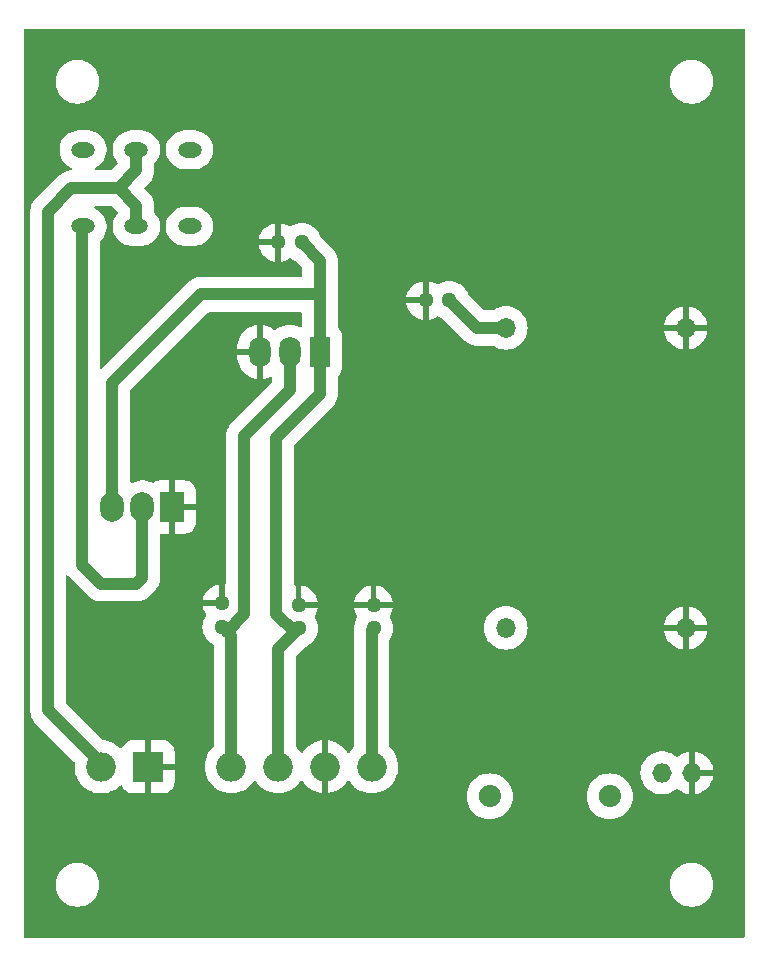
<source format=gbr>
%TF.GenerationSoftware,KiCad,Pcbnew,8.0.4*%
%TF.CreationDate,2024-09-20T16:59:46-04:00*%
%TF.ProjectId,micropsu,6d696372-6f70-4737-952e-6b696361645f,rev?*%
%TF.SameCoordinates,Original*%
%TF.FileFunction,Copper,L2,Bot*%
%TF.FilePolarity,Positive*%
%FSLAX46Y46*%
G04 Gerber Fmt 4.6, Leading zero omitted, Abs format (unit mm)*
G04 Created by KiCad (PCBNEW 8.0.4) date 2024-09-20 16:59:46*
%MOMM*%
%LPD*%
G01*
G04 APERTURE LIST*
%TA.AperFunction,ComponentPad*%
%ADD10O,1.300000X1.300000*%
%TD*%
%TA.AperFunction,ComponentPad*%
%ADD11R,2.500000X2.500000*%
%TD*%
%TA.AperFunction,ComponentPad*%
%ADD12O,2.500000X2.500000*%
%TD*%
%TA.AperFunction,ComponentPad*%
%ADD13O,1.879600X1.879600*%
%TD*%
%TA.AperFunction,ComponentPad*%
%ADD14R,1.800000X2.600000*%
%TD*%
%TA.AperFunction,ComponentPad*%
%ADD15O,1.800000X2.600000*%
%TD*%
%TA.AperFunction,ComponentPad*%
%ADD16O,1.651000X1.651000*%
%TD*%
%TA.AperFunction,ComponentPad*%
%ADD17O,2.000000X1.300000*%
%TD*%
%TA.AperFunction,ComponentPad*%
%ADD18O,1.676400X1.676400*%
%TD*%
%TA.AperFunction,ComponentPad*%
%ADD19R,2.000000X2.500000*%
%TD*%
%TA.AperFunction,ComponentPad*%
%ADD20O,2.000000X2.500000*%
%TD*%
%TA.AperFunction,Conductor*%
%ADD21C,1.000000*%
%TD*%
%TA.AperFunction,Conductor*%
%ADD22C,0.200000*%
%TD*%
%TA.AperFunction,Conductor*%
%ADD23C,0.500000*%
%TD*%
G04 APERTURE END LIST*
D10*
%TO.P,+12OUTPUT,1*%
%TO.N,+12V*%
X113724700Y-126287650D03*
%TO.P,+12OUTPUT,2*%
%TO.N,GND*%
X113724700Y-124287650D03*
%TD*%
D11*
%TO.P,U1,1*%
%TO.N,GND*%
X100979900Y-138000000D03*
D12*
%TO.P,U1,2*%
%TO.N,+12V*%
X97020100Y-138000000D03*
%TD*%
D10*
%TO.P,+5INPUT,1*%
%TO.N,+12V*%
X126500000Y-98500000D03*
%TO.P,+5INPUT,2*%
%TO.N,GND*%
X124500000Y-98500000D03*
%TD*%
%TO.P,-5OUTPUT,1*%
%TO.N,GND*%
X107247700Y-124160650D03*
%TO.P,-5OUTPUT,2*%
%TO.N,-12V*%
X107247700Y-126160650D03*
%TD*%
D13*
%TO.P,R1,1*%
%TO.N,+5V*%
X129920000Y-140500000D03*
%TO.P,R1,2*%
%TO.N,LED1_1*%
X140080000Y-140500000D03*
%TD*%
D14*
%TO.P,P78E12-1000,1*%
%TO.N,+12V*%
X115527200Y-102869900D03*
D15*
%TO.P,P78E12-1000,2*%
%TO.N,-12V*%
X112987200Y-102869900D03*
%TO.P,P78E12-1000,3*%
%TO.N,GND*%
X110447000Y-102859900D03*
%TD*%
D10*
%TO.P,-5INPUT,1*%
%TO.N,+12V*%
X113987000Y-93594000D03*
%TO.P,-5INPUT,2*%
%TO.N,GND*%
X111987000Y-93594000D03*
%TD*%
D16*
%TO.P,LED1,1*%
%TO.N,LED1_1*%
X144500000Y-138500000D03*
%TO.P,LED1,2*%
%TO.N,GND*%
X147040000Y-138500000D03*
%TD*%
D12*
%TO.P,Output,1*%
%TO.N,-12V*%
X108040200Y-137987650D03*
%TO.P,Output,2*%
%TO.N,+12V*%
X112000100Y-137987650D03*
%TO.P,Output,3*%
%TO.N,GND*%
X115959900Y-137987650D03*
%TO.P,Output,4*%
%TO.N,+5V*%
X119919800Y-137987650D03*
%TD*%
D17*
%TO.P,SW1,1*%
%TO.N,N/C*%
X104500100Y-85750100D03*
%TO.P,SW1,2*%
%TO.N,+12V*%
X100000000Y-85750100D03*
%TO.P,SW1,3*%
X95500100Y-85750100D03*
%TO.P,SW1,4*%
X95500100Y-92250200D03*
%TO.P,SW1,5*%
X100000000Y-92250200D03*
%TO.P,SW1,6*%
%TO.N,N/C*%
X104500100Y-92250200D03*
%TD*%
D18*
%TO.P,U3,1*%
%TO.N,GND*%
X146515000Y-100833000D03*
%TO.P,U3,2*%
%TO.N,+12V*%
X131275000Y-100833000D03*
%TO.P,U3,3*%
%TO.N,GND*%
X146515000Y-126233000D03*
%TO.P,U3,4*%
%TO.N,+5V*%
X131275000Y-126233000D03*
%TD*%
D19*
%TO.P,Q1,1*%
%TO.N,GND*%
X103040000Y-116000000D03*
D20*
%TO.P,Q1,2*%
%TO.N,+12V*%
X100500000Y-116000000D03*
%TO.P,Q1,3*%
X97960000Y-116000000D03*
%TD*%
D10*
%TO.P,+5OUTPUT,1*%
%TO.N,+5V*%
X120074700Y-126287650D03*
%TO.P,+5OUTPUT,2*%
%TO.N,GND*%
X120074700Y-124287650D03*
%TD*%
D21*
%TO.N,+5V*%
X119919800Y-126442550D02*
X119919800Y-137987650D01*
%TO.N,+12V*%
X128833000Y-100833000D02*
X126500000Y-98500000D01*
X100000000Y-90500000D02*
X100000000Y-92250200D01*
X131275000Y-100833000D02*
X128833000Y-100833000D01*
X97960000Y-105540000D02*
X105500000Y-98000000D01*
X97000000Y-122500000D02*
X95406100Y-120906100D01*
X100000000Y-122500000D02*
X97000000Y-122500000D01*
X100000000Y-87500000D02*
X100000000Y-85750100D01*
X112000000Y-137987650D02*
X112000000Y-128012350D01*
X100500000Y-122000000D02*
X100000000Y-122500000D01*
X105500000Y-98000000D02*
X115527300Y-98000000D01*
X95406100Y-120906100D02*
X95406100Y-92344200D01*
X115527200Y-106472800D02*
X115527200Y-102869900D01*
X97960000Y-116000000D02*
X97960000Y-105540000D01*
X92500000Y-91000000D02*
X94500000Y-89000000D01*
X113401400Y-126610950D02*
X111818700Y-125028350D01*
X98500000Y-89000000D02*
X100000000Y-90500000D01*
X112000000Y-128012350D02*
X113401400Y-126610950D01*
X94500000Y-89000000D02*
X98500000Y-89000000D01*
X98500000Y-89000000D02*
X100000000Y-87500000D01*
X113987000Y-93594000D02*
X115527300Y-95134300D01*
X95406100Y-92344200D02*
X95500100Y-92250200D01*
X96877100Y-137573000D02*
X92500000Y-133195900D01*
X115527300Y-95134300D02*
X115527300Y-102869800D01*
X92500000Y-133195900D02*
X92500000Y-91000000D01*
X111818700Y-125028350D02*
X111818700Y-110181300D01*
X115527300Y-98000000D02*
X115527300Y-95134300D01*
X111818700Y-110181300D02*
X115527200Y-106472800D01*
X100500000Y-116000000D02*
X100500000Y-122000000D01*
D22*
%TO.N,GND*%
X146515000Y-126485000D02*
X146515000Y-126233000D01*
D23*
X146515000Y-126485000D02*
X146500000Y-126500000D01*
D21*
%TO.N,-12V*%
X108040200Y-126953150D02*
X108040200Y-137987650D01*
X112987200Y-106066150D02*
X112987200Y-102869900D01*
X109099900Y-125100950D02*
X109099900Y-109953450D01*
X109099900Y-109953450D02*
X112987200Y-106066150D01*
X107643900Y-126556850D02*
X109099900Y-125100950D01*
%TD*%
%TA.AperFunction,Conductor*%
%TO.N,GND*%
G36*
X151441621Y-75520502D02*
G01*
X151488114Y-75574158D01*
X151499500Y-75626500D01*
X151499500Y-152373500D01*
X151479498Y-152441621D01*
X151425842Y-152488114D01*
X151373500Y-152499500D01*
X90626500Y-152499500D01*
X90558379Y-152479498D01*
X90511886Y-152425842D01*
X90500500Y-152373500D01*
X90500500Y-147878709D01*
X93149500Y-147878709D01*
X93149500Y-148121290D01*
X93181160Y-148361782D01*
X93243944Y-148596095D01*
X93243945Y-148596097D01*
X93243946Y-148596100D01*
X93336776Y-148820212D01*
X93336777Y-148820213D01*
X93336782Y-148820224D01*
X93458061Y-149030285D01*
X93458063Y-149030288D01*
X93458064Y-149030289D01*
X93605735Y-149222738D01*
X93605739Y-149222742D01*
X93605744Y-149222748D01*
X93777251Y-149394255D01*
X93777256Y-149394259D01*
X93777262Y-149394265D01*
X93969711Y-149541936D01*
X93969714Y-149541938D01*
X94179775Y-149663217D01*
X94179779Y-149663218D01*
X94179788Y-149663224D01*
X94403900Y-149756054D01*
X94638211Y-149818838D01*
X94638215Y-149818838D01*
X94638217Y-149818839D01*
X94700202Y-149826999D01*
X94878712Y-149850500D01*
X94878719Y-149850500D01*
X95121281Y-149850500D01*
X95121288Y-149850500D01*
X95338637Y-149821885D01*
X95361782Y-149818839D01*
X95361782Y-149818838D01*
X95361789Y-149818838D01*
X95596100Y-149756054D01*
X95820212Y-149663224D01*
X96030289Y-149541936D01*
X96222738Y-149394265D01*
X96394265Y-149222738D01*
X96541936Y-149030289D01*
X96663224Y-148820212D01*
X96756054Y-148596100D01*
X96818838Y-148361789D01*
X96850500Y-148121288D01*
X96850500Y-147878712D01*
X96850500Y-147878709D01*
X145149500Y-147878709D01*
X145149500Y-148121290D01*
X145181160Y-148361782D01*
X145243944Y-148596095D01*
X145243945Y-148596097D01*
X145243946Y-148596100D01*
X145336776Y-148820212D01*
X145336777Y-148820213D01*
X145336782Y-148820224D01*
X145458061Y-149030285D01*
X145458063Y-149030288D01*
X145458064Y-149030289D01*
X145605735Y-149222738D01*
X145605739Y-149222742D01*
X145605744Y-149222748D01*
X145777251Y-149394255D01*
X145777256Y-149394259D01*
X145777262Y-149394265D01*
X145969711Y-149541936D01*
X145969714Y-149541938D01*
X146179775Y-149663217D01*
X146179779Y-149663218D01*
X146179788Y-149663224D01*
X146403900Y-149756054D01*
X146638211Y-149818838D01*
X146638215Y-149818838D01*
X146638217Y-149818839D01*
X146700202Y-149826999D01*
X146878712Y-149850500D01*
X146878719Y-149850500D01*
X147121281Y-149850500D01*
X147121288Y-149850500D01*
X147338637Y-149821885D01*
X147361782Y-149818839D01*
X147361782Y-149818838D01*
X147361789Y-149818838D01*
X147596100Y-149756054D01*
X147820212Y-149663224D01*
X148030289Y-149541936D01*
X148222738Y-149394265D01*
X148394265Y-149222738D01*
X148541936Y-149030289D01*
X148663224Y-148820212D01*
X148756054Y-148596100D01*
X148818838Y-148361789D01*
X148850500Y-148121288D01*
X148850500Y-147878712D01*
X148818838Y-147638211D01*
X148756054Y-147403900D01*
X148663224Y-147179788D01*
X148663218Y-147179779D01*
X148663217Y-147179775D01*
X148541938Y-146969714D01*
X148541936Y-146969711D01*
X148394265Y-146777262D01*
X148394259Y-146777256D01*
X148394255Y-146777251D01*
X148222748Y-146605744D01*
X148222742Y-146605739D01*
X148222738Y-146605735D01*
X148030289Y-146458064D01*
X148030288Y-146458063D01*
X148030285Y-146458061D01*
X147820224Y-146336782D01*
X147820216Y-146336778D01*
X147820212Y-146336776D01*
X147596100Y-146243946D01*
X147596097Y-146243945D01*
X147596095Y-146243944D01*
X147361782Y-146181160D01*
X147121290Y-146149500D01*
X147121288Y-146149500D01*
X146878712Y-146149500D01*
X146878709Y-146149500D01*
X146638217Y-146181160D01*
X146403904Y-146243944D01*
X146403900Y-146243946D01*
X146179786Y-146336777D01*
X146179775Y-146336782D01*
X145969714Y-146458061D01*
X145777262Y-146605735D01*
X145777251Y-146605744D01*
X145605744Y-146777251D01*
X145605735Y-146777262D01*
X145458061Y-146969714D01*
X145336782Y-147179775D01*
X145336777Y-147179786D01*
X145243946Y-147403900D01*
X145243944Y-147403904D01*
X145181160Y-147638217D01*
X145149500Y-147878709D01*
X96850500Y-147878709D01*
X96818838Y-147638211D01*
X96756054Y-147403900D01*
X96663224Y-147179788D01*
X96663218Y-147179779D01*
X96663217Y-147179775D01*
X96541938Y-146969714D01*
X96541936Y-146969711D01*
X96394265Y-146777262D01*
X96394259Y-146777256D01*
X96394255Y-146777251D01*
X96222748Y-146605744D01*
X96222742Y-146605739D01*
X96222738Y-146605735D01*
X96030289Y-146458064D01*
X96030288Y-146458063D01*
X96030285Y-146458061D01*
X95820224Y-146336782D01*
X95820216Y-146336778D01*
X95820212Y-146336776D01*
X95596100Y-146243946D01*
X95596097Y-146243945D01*
X95596095Y-146243944D01*
X95361782Y-146181160D01*
X95121290Y-146149500D01*
X95121288Y-146149500D01*
X94878712Y-146149500D01*
X94878709Y-146149500D01*
X94638217Y-146181160D01*
X94403904Y-146243944D01*
X94403900Y-146243946D01*
X94179786Y-146336777D01*
X94179775Y-146336782D01*
X93969714Y-146458061D01*
X93777262Y-146605735D01*
X93777251Y-146605744D01*
X93605744Y-146777251D01*
X93605735Y-146777262D01*
X93458061Y-146969714D01*
X93336782Y-147179775D01*
X93336777Y-147179786D01*
X93243946Y-147403900D01*
X93243944Y-147403904D01*
X93181160Y-147638217D01*
X93149500Y-147878709D01*
X90500500Y-147878709D01*
X90500500Y-140500000D01*
X127974744Y-140500000D01*
X127994544Y-140776842D01*
X128053538Y-141048033D01*
X128053538Y-141048034D01*
X128150533Y-141308088D01*
X128150537Y-141308098D01*
X128283541Y-141551677D01*
X128283545Y-141551682D01*
X128449875Y-141773873D01*
X128449883Y-141773882D01*
X128646117Y-141970116D01*
X128646126Y-141970124D01*
X128646128Y-141970126D01*
X128868315Y-142136453D01*
X128868317Y-142136454D01*
X128868322Y-142136458D01*
X129111901Y-142269462D01*
X129111904Y-142269463D01*
X129111911Y-142269467D01*
X129371958Y-142366459D01*
X129371961Y-142366459D01*
X129371965Y-142366461D01*
X129528913Y-142400602D01*
X129643161Y-142425456D01*
X129920000Y-142445256D01*
X130196839Y-142425456D01*
X130468033Y-142366461D01*
X130468034Y-142366461D01*
X130468035Y-142366460D01*
X130468042Y-142366459D01*
X130728089Y-142269467D01*
X130757170Y-142253587D01*
X130971677Y-142136458D01*
X130971679Y-142136456D01*
X130971685Y-142136453D01*
X131193872Y-141970126D01*
X131390126Y-141773872D01*
X131556453Y-141551685D01*
X131556456Y-141551679D01*
X131556458Y-141551677D01*
X131689462Y-141308098D01*
X131689461Y-141308098D01*
X131689467Y-141308089D01*
X131786459Y-141048042D01*
X131845456Y-140776839D01*
X131865256Y-140500000D01*
X138134744Y-140500000D01*
X138154544Y-140776842D01*
X138213538Y-141048033D01*
X138213538Y-141048034D01*
X138310533Y-141308088D01*
X138310537Y-141308098D01*
X138443541Y-141551677D01*
X138443545Y-141551682D01*
X138609875Y-141773873D01*
X138609883Y-141773882D01*
X138806117Y-141970116D01*
X138806126Y-141970124D01*
X138806128Y-141970126D01*
X139028315Y-142136453D01*
X139028317Y-142136454D01*
X139028322Y-142136458D01*
X139271901Y-142269462D01*
X139271904Y-142269463D01*
X139271911Y-142269467D01*
X139531958Y-142366459D01*
X139531961Y-142366459D01*
X139531965Y-142366461D01*
X139688913Y-142400602D01*
X139803161Y-142425456D01*
X140080000Y-142445256D01*
X140356839Y-142425456D01*
X140628033Y-142366461D01*
X140628034Y-142366461D01*
X140628035Y-142366460D01*
X140628042Y-142366459D01*
X140888089Y-142269467D01*
X140917170Y-142253587D01*
X141131677Y-142136458D01*
X141131679Y-142136456D01*
X141131685Y-142136453D01*
X141353872Y-141970126D01*
X141550126Y-141773872D01*
X141716453Y-141551685D01*
X141716456Y-141551679D01*
X141716458Y-141551677D01*
X141849462Y-141308098D01*
X141849461Y-141308098D01*
X141849467Y-141308089D01*
X141946459Y-141048042D01*
X142005456Y-140776839D01*
X142025256Y-140500000D01*
X142005456Y-140223161D01*
X141975574Y-140085796D01*
X141946461Y-139951966D01*
X141946461Y-139951965D01*
X141946459Y-139951961D01*
X141946459Y-139951958D01*
X141849467Y-139691911D01*
X141849462Y-139691901D01*
X141716458Y-139448322D01*
X141716454Y-139448317D01*
X141700743Y-139427329D01*
X141550126Y-139226128D01*
X141550124Y-139226126D01*
X141550116Y-139226117D01*
X141353882Y-139029883D01*
X141353873Y-139029875D01*
X141246786Y-138949711D01*
X141131685Y-138863547D01*
X141131683Y-138863546D01*
X141131682Y-138863545D01*
X141131677Y-138863541D01*
X140888098Y-138730537D01*
X140888091Y-138730534D01*
X140888089Y-138730533D01*
X140628042Y-138633541D01*
X140628034Y-138633538D01*
X140356841Y-138574544D01*
X140356843Y-138574544D01*
X140080000Y-138554744D01*
X139803157Y-138574544D01*
X139531966Y-138633538D01*
X139531965Y-138633538D01*
X139271911Y-138730533D01*
X139271901Y-138730537D01*
X139028322Y-138863541D01*
X139028317Y-138863545D01*
X138806126Y-139029875D01*
X138806117Y-139029883D01*
X138609883Y-139226117D01*
X138609875Y-139226126D01*
X138443545Y-139448317D01*
X138443541Y-139448322D01*
X138310537Y-139691901D01*
X138310533Y-139691911D01*
X138213538Y-139951965D01*
X138213538Y-139951966D01*
X138154544Y-140223157D01*
X138134744Y-140500000D01*
X131865256Y-140500000D01*
X131845456Y-140223161D01*
X131815574Y-140085796D01*
X131786461Y-139951966D01*
X131786461Y-139951965D01*
X131786459Y-139951961D01*
X131786459Y-139951958D01*
X131689467Y-139691911D01*
X131689462Y-139691901D01*
X131556458Y-139448322D01*
X131556454Y-139448317D01*
X131540743Y-139427329D01*
X131390126Y-139226128D01*
X131390124Y-139226126D01*
X131390116Y-139226117D01*
X131193882Y-139029883D01*
X131193873Y-139029875D01*
X131086786Y-138949711D01*
X130971685Y-138863547D01*
X130971683Y-138863546D01*
X130971682Y-138863545D01*
X130971677Y-138863541D01*
X130728098Y-138730537D01*
X130728091Y-138730534D01*
X130728089Y-138730533D01*
X130468042Y-138633541D01*
X130468034Y-138633538D01*
X130196841Y-138574544D01*
X130196843Y-138574544D01*
X129920000Y-138554744D01*
X129643157Y-138574544D01*
X129371966Y-138633538D01*
X129371965Y-138633538D01*
X129111911Y-138730533D01*
X129111901Y-138730537D01*
X128868322Y-138863541D01*
X128868317Y-138863545D01*
X128646126Y-139029875D01*
X128646117Y-139029883D01*
X128449883Y-139226117D01*
X128449875Y-139226126D01*
X128283545Y-139448317D01*
X128283541Y-139448322D01*
X128150537Y-139691901D01*
X128150533Y-139691911D01*
X128053538Y-139951965D01*
X128053538Y-139951966D01*
X127994544Y-140223157D01*
X127974744Y-140500000D01*
X90500500Y-140500000D01*
X90500500Y-90881908D01*
X90999500Y-90881908D01*
X90999500Y-133077808D01*
X90999500Y-133313992D01*
X91036447Y-133547268D01*
X91109432Y-133771892D01*
X91109433Y-133771893D01*
X91216659Y-133982337D01*
X91355484Y-134173412D01*
X91355487Y-134173415D01*
X94753635Y-137571562D01*
X94787661Y-137633874D01*
X94788120Y-137685233D01*
X94784066Y-137705615D01*
X94764771Y-137999996D01*
X94764771Y-138000003D01*
X94784065Y-138294375D01*
X94784067Y-138294387D01*
X94841618Y-138583720D01*
X94841620Y-138583727D01*
X94891455Y-138730533D01*
X94936448Y-138863077D01*
X94946006Y-138882459D01*
X95066926Y-139127662D01*
X95230825Y-139372955D01*
X95230827Y-139372957D01*
X95425342Y-139594758D01*
X95647143Y-139789273D01*
X95892435Y-139953172D01*
X96157023Y-140083652D01*
X96436378Y-140178481D01*
X96725720Y-140236034D01*
X96893937Y-140247059D01*
X97020097Y-140255329D01*
X97020100Y-140255329D01*
X97020103Y-140255329D01*
X97130492Y-140248093D01*
X97314480Y-140236034D01*
X97603822Y-140178481D01*
X97883177Y-140083652D01*
X98147765Y-139953172D01*
X98393057Y-139789273D01*
X98608804Y-139600066D01*
X98673206Y-139570191D01*
X98743539Y-139579877D01*
X98797471Y-139626049D01*
X98803561Y-139636462D01*
X98890621Y-139803131D01*
X99019147Y-139960752D01*
X99176768Y-140089278D01*
X99357034Y-140183440D01*
X99552571Y-140239390D01*
X99671896Y-140249999D01*
X99671903Y-140250000D01*
X100729950Y-140250000D01*
X100729950Y-138867914D01*
X100891258Y-138900000D01*
X101068542Y-138900000D01*
X101229850Y-138867914D01*
X101229850Y-140250000D01*
X102287897Y-140250000D01*
X102287903Y-140249999D01*
X102407226Y-140239390D01*
X102407229Y-140239390D01*
X102602765Y-140183440D01*
X102783031Y-140089278D01*
X102940652Y-139960752D01*
X103069178Y-139803131D01*
X103163340Y-139622865D01*
X103219290Y-139427329D01*
X103219290Y-139427326D01*
X103229899Y-139308003D01*
X103229900Y-139307997D01*
X103229900Y-138249950D01*
X101847814Y-138249950D01*
X101879900Y-138088642D01*
X101879900Y-137911358D01*
X101847814Y-137750050D01*
X103229900Y-137750050D01*
X103229900Y-136692003D01*
X103229899Y-136691996D01*
X103219290Y-136572673D01*
X103219290Y-136572670D01*
X103163340Y-136377134D01*
X103069178Y-136196868D01*
X102940652Y-136039247D01*
X102783031Y-135910721D01*
X102602765Y-135816559D01*
X102407228Y-135760609D01*
X102287903Y-135750000D01*
X101229850Y-135750000D01*
X101229850Y-137132085D01*
X101068542Y-137100000D01*
X100891258Y-137100000D01*
X100729950Y-137132085D01*
X100729950Y-135750000D01*
X99671896Y-135750000D01*
X99552573Y-135760609D01*
X99552570Y-135760609D01*
X99357034Y-135816559D01*
X99176768Y-135910721D01*
X99019147Y-136039247D01*
X98890621Y-136196869D01*
X98803561Y-136363537D01*
X98754292Y-136414655D01*
X98685208Y-136431022D01*
X98618242Y-136407441D01*
X98608802Y-136399931D01*
X98393055Y-136210725D01*
X98147762Y-136046826D01*
X97883183Y-135916351D01*
X97883177Y-135916348D01*
X97788436Y-135884187D01*
X97603827Y-135821520D01*
X97603820Y-135821518D01*
X97314493Y-135763968D01*
X97314476Y-135763965D01*
X97228687Y-135758342D01*
X97162020Y-135733927D01*
X97147834Y-135721707D01*
X94037405Y-132611278D01*
X94003379Y-132548966D01*
X94000500Y-132522183D01*
X94000500Y-121912048D01*
X94020502Y-121843927D01*
X94074158Y-121797434D01*
X94144432Y-121787330D01*
X94209012Y-121816824D01*
X94228434Y-121837985D01*
X94261583Y-121883610D01*
X94261585Y-121883612D01*
X94261587Y-121883615D01*
X96022487Y-123644515D01*
X96022490Y-123644517D01*
X96213566Y-123783343D01*
X96410729Y-123883802D01*
X96410728Y-123883802D01*
X96417624Y-123887315D01*
X96424008Y-123890568D01*
X96648632Y-123963553D01*
X96881908Y-124000500D01*
X96881911Y-124000500D01*
X100118089Y-124000500D01*
X100118092Y-124000500D01*
X100351368Y-123963553D01*
X100575992Y-123890568D01*
X100786434Y-123783343D01*
X100977510Y-123644517D01*
X101644518Y-122977510D01*
X101783343Y-122786433D01*
X101890568Y-122575992D01*
X101963553Y-122351368D01*
X102000500Y-122118092D01*
X102000500Y-121881908D01*
X102000500Y-118376000D01*
X102020502Y-118307879D01*
X102074158Y-118261386D01*
X102126500Y-118250000D01*
X102790050Y-118250000D01*
X102790050Y-116654141D01*
X102835818Y-116673099D01*
X102971056Y-116700000D01*
X103108944Y-116700000D01*
X103244182Y-116673099D01*
X103289950Y-116654141D01*
X103289950Y-118250000D01*
X104097997Y-118250000D01*
X104098003Y-118249999D01*
X104217326Y-118239390D01*
X104217329Y-118239390D01*
X104412865Y-118183440D01*
X104593131Y-118089278D01*
X104750752Y-117960752D01*
X104879278Y-117803131D01*
X104973440Y-117622865D01*
X105029390Y-117427329D01*
X105029390Y-117427326D01*
X105039999Y-117308003D01*
X105040000Y-117307997D01*
X105040000Y-116249950D01*
X103694141Y-116249950D01*
X103713099Y-116204182D01*
X103740000Y-116068944D01*
X103740000Y-115931056D01*
X103713099Y-115795818D01*
X103694141Y-115750050D01*
X105040000Y-115750050D01*
X105040000Y-114692003D01*
X105039999Y-114691996D01*
X105029390Y-114572673D01*
X105029390Y-114572670D01*
X104973440Y-114377134D01*
X104879278Y-114196868D01*
X104750752Y-114039247D01*
X104593131Y-113910721D01*
X104412865Y-113816559D01*
X104217328Y-113760609D01*
X104098003Y-113750000D01*
X103289950Y-113750000D01*
X103289950Y-115345858D01*
X103244182Y-115326901D01*
X103108944Y-115300000D01*
X102971056Y-115300000D01*
X102835818Y-115326901D01*
X102790050Y-115345858D01*
X102790050Y-113750000D01*
X101981996Y-113750000D01*
X101862673Y-113760609D01*
X101862670Y-113760609D01*
X101667134Y-113816559D01*
X101486867Y-113910722D01*
X101477902Y-113918032D01*
X101412465Y-113945574D01*
X101350066Y-113936784D01*
X101287147Y-113910722D01*
X101144419Y-113851602D01*
X100891116Y-113783730D01*
X100891114Y-113783729D01*
X100891108Y-113783728D01*
X100631121Y-113749500D01*
X100631120Y-113749500D01*
X100368880Y-113749500D01*
X100368878Y-113749500D01*
X100108891Y-113783728D01*
X100108884Y-113783730D01*
X99855581Y-113851602D01*
X99634716Y-113943087D01*
X99564128Y-113950676D01*
X99500641Y-113918897D01*
X99464414Y-113857839D01*
X99460500Y-113826678D01*
X99460500Y-106213717D01*
X99480502Y-106145596D01*
X99497405Y-106124622D01*
X106084622Y-99537405D01*
X106146934Y-99503379D01*
X106173717Y-99500500D01*
X113900800Y-99500500D01*
X113968921Y-99520502D01*
X114015414Y-99574158D01*
X114026800Y-99626500D01*
X114026800Y-100657366D01*
X114006798Y-100725487D01*
X113953142Y-100771980D01*
X113882868Y-100782084D01*
X113837805Y-100766488D01*
X113829581Y-100761740D01*
X113829571Y-100761735D01*
X113742060Y-100725487D01*
X113599407Y-100666398D01*
X113358765Y-100601918D01*
X113358758Y-100601916D01*
X113111767Y-100569400D01*
X113111765Y-100569400D01*
X112862635Y-100569400D01*
X112862632Y-100569400D01*
X112615641Y-100601916D01*
X112466715Y-100641821D01*
X112374993Y-100666398D01*
X112144830Y-100761735D01*
X112144825Y-100761737D01*
X112144814Y-100761742D01*
X111929072Y-100886300D01*
X111799907Y-100985412D01*
X111733687Y-101011012D01*
X111664138Y-100996747D01*
X111646500Y-100985411D01*
X111504851Y-100876719D01*
X111504845Y-100876715D01*
X111289163Y-100752191D01*
X111289153Y-100752186D01*
X111059044Y-100656872D01*
X111059040Y-100656871D01*
X110818459Y-100592407D01*
X110696950Y-100576410D01*
X110696950Y-102311388D01*
X110678591Y-102300789D01*
X110525991Y-102259900D01*
X110368009Y-102259900D01*
X110215409Y-102300789D01*
X110197050Y-102311388D01*
X110197050Y-100576411D01*
X110197049Y-100576410D01*
X110075540Y-100592407D01*
X109834959Y-100656871D01*
X109834955Y-100656872D01*
X109604846Y-100752186D01*
X109604836Y-100752191D01*
X109389154Y-100876715D01*
X109389148Y-100876720D01*
X109191560Y-101028334D01*
X109191539Y-101028353D01*
X109015453Y-101204439D01*
X109015434Y-101204460D01*
X108863820Y-101402048D01*
X108863815Y-101402054D01*
X108739291Y-101617736D01*
X108739286Y-101617746D01*
X108643972Y-101847855D01*
X108643971Y-101847859D01*
X108579507Y-102088439D01*
X108547000Y-102335364D01*
X108547000Y-102609950D01*
X109898489Y-102609950D01*
X109887889Y-102628309D01*
X109847000Y-102780909D01*
X109847000Y-102938891D01*
X109887889Y-103091491D01*
X109898489Y-103109850D01*
X108547000Y-103109850D01*
X108547000Y-103384435D01*
X108579507Y-103631360D01*
X108643971Y-103871940D01*
X108643972Y-103871944D01*
X108739286Y-104102053D01*
X108739291Y-104102063D01*
X108863815Y-104317745D01*
X108863820Y-104317751D01*
X109015434Y-104515339D01*
X109015453Y-104515360D01*
X109191539Y-104691446D01*
X109191560Y-104691465D01*
X109389148Y-104843079D01*
X109389154Y-104843084D01*
X109604836Y-104967608D01*
X109604846Y-104967613D01*
X109834955Y-105062927D01*
X109834959Y-105062928D01*
X110075537Y-105127391D01*
X110075541Y-105127392D01*
X110197050Y-105143388D01*
X110197050Y-103408411D01*
X110215409Y-103419011D01*
X110368009Y-103459900D01*
X110525991Y-103459900D01*
X110678591Y-103419011D01*
X110696950Y-103408411D01*
X110696950Y-105143387D01*
X110818458Y-105127392D01*
X110818462Y-105127391D01*
X111059040Y-105062928D01*
X111059044Y-105062927D01*
X111289153Y-104967613D01*
X111289165Y-104967608D01*
X111297697Y-104962682D01*
X111366691Y-104945942D01*
X111433784Y-104969160D01*
X111477673Y-105024966D01*
X111486700Y-105071799D01*
X111486700Y-105392432D01*
X111466698Y-105460553D01*
X111449795Y-105481527D01*
X107955387Y-108975934D01*
X107955384Y-108975937D01*
X107816557Y-109167015D01*
X107816554Y-109167019D01*
X107797820Y-109203789D01*
X107709335Y-109377450D01*
X107709332Y-109377458D01*
X107636348Y-109602078D01*
X107599400Y-109835361D01*
X107599400Y-122396919D01*
X107579398Y-122465040D01*
X107525742Y-122511533D01*
X107509317Y-122514435D01*
X107497650Y-122525219D01*
X107497650Y-123844914D01*
X107493306Y-123840570D01*
X107402094Y-123787909D01*
X107300361Y-123760650D01*
X107195039Y-123760650D01*
X107093306Y-123787909D01*
X107002094Y-123840570D01*
X106997750Y-123844914D01*
X106997750Y-122525219D01*
X106997748Y-122525218D01*
X106988790Y-122525923D01*
X106736246Y-122586553D01*
X106496300Y-122685942D01*
X106274853Y-122821645D01*
X106274851Y-122821646D01*
X106077365Y-122990315D01*
X105908696Y-123187801D01*
X105908695Y-123187803D01*
X105772992Y-123409250D01*
X105673603Y-123649196D01*
X105612973Y-123901740D01*
X105612268Y-123910698D01*
X105612270Y-123910700D01*
X106931964Y-123910700D01*
X106927620Y-123915044D01*
X106874959Y-124006256D01*
X106847700Y-124107989D01*
X106847700Y-124213311D01*
X106874959Y-124315044D01*
X106927620Y-124406256D01*
X106931964Y-124410600D01*
X105612270Y-124410600D01*
X105612268Y-124410601D01*
X105612973Y-124419559D01*
X105673603Y-124672103D01*
X105772994Y-124912052D01*
X105884697Y-125094337D01*
X105903235Y-125162870D01*
X105884697Y-125226005D01*
X105772547Y-125409019D01*
X105673127Y-125649039D01*
X105643738Y-125771454D01*
X105612479Y-125901656D01*
X105592096Y-126160650D01*
X105612479Y-126419644D01*
X105673127Y-126672260D01*
X105772546Y-126912278D01*
X105772547Y-126912279D01*
X105908285Y-127133786D01*
X105908290Y-127133793D01*
X106077010Y-127331339D01*
X106274556Y-127500059D01*
X106274560Y-127500062D01*
X106479535Y-127625670D01*
X106527166Y-127678316D01*
X106539700Y-127733102D01*
X106539700Y-136253139D01*
X106519698Y-136321260D01*
X106496779Y-136347870D01*
X106445442Y-136392891D01*
X106250921Y-136614700D01*
X106087026Y-136859988D01*
X105956547Y-137124573D01*
X105861720Y-137403922D01*
X105861718Y-137403929D01*
X105804168Y-137693256D01*
X105804167Y-137693263D01*
X105804166Y-137693270D01*
X105791168Y-137891574D01*
X105784871Y-137987646D01*
X105784871Y-137987653D01*
X105804165Y-138282025D01*
X105804168Y-138282043D01*
X105861718Y-138571370D01*
X105861720Y-138571377D01*
X105905069Y-138699076D01*
X105956548Y-138850727D01*
X105962636Y-138863073D01*
X106087026Y-139115312D01*
X106250925Y-139360605D01*
X106250927Y-139360607D01*
X106445442Y-139582408D01*
X106570306Y-139691911D01*
X106667244Y-139776924D01*
X106706466Y-139803131D01*
X106912535Y-139940822D01*
X107177123Y-140071302D01*
X107456478Y-140166131D01*
X107745820Y-140223684D01*
X107914037Y-140234709D01*
X108040197Y-140242979D01*
X108040200Y-140242979D01*
X108040203Y-140242979D01*
X108150592Y-140235743D01*
X108334580Y-140223684D01*
X108623922Y-140166131D01*
X108903277Y-140071302D01*
X109167865Y-139940822D01*
X109413157Y-139776923D01*
X109634958Y-139582408D01*
X109829473Y-139360607D01*
X109915386Y-139232029D01*
X109969862Y-139186502D01*
X110040305Y-139177654D01*
X110104349Y-139208295D01*
X110124912Y-139232027D01*
X110210827Y-139360607D01*
X110405342Y-139582408D01*
X110530206Y-139691911D01*
X110627144Y-139776924D01*
X110666366Y-139803131D01*
X110872435Y-139940822D01*
X111137023Y-140071302D01*
X111416378Y-140166131D01*
X111705720Y-140223684D01*
X111873937Y-140234709D01*
X112000097Y-140242979D01*
X112000100Y-140242979D01*
X112000103Y-140242979D01*
X112110492Y-140235743D01*
X112294480Y-140223684D01*
X112583822Y-140166131D01*
X112863177Y-140071302D01*
X113127765Y-139940822D01*
X113373057Y-139776923D01*
X113594858Y-139582408D01*
X113789373Y-139360607D01*
X113875535Y-139231655D01*
X113930011Y-139186128D01*
X114000454Y-139177279D01*
X114064499Y-139207920D01*
X114085065Y-139231655D01*
X114171020Y-139360296D01*
X114365496Y-139582053D01*
X114587253Y-139776529D01*
X114832488Y-139940389D01*
X115097008Y-140070835D01*
X115097018Y-140070839D01*
X115376302Y-140165645D01*
X115376306Y-140165646D01*
X115665587Y-140223188D01*
X115665595Y-140223189D01*
X115709948Y-140226095D01*
X115709950Y-140226094D01*
X115709950Y-138855564D01*
X115871258Y-138887650D01*
X116048542Y-138887650D01*
X116209850Y-138855564D01*
X116209850Y-140226094D01*
X116209851Y-140226095D01*
X116254204Y-140223189D01*
X116254212Y-140223188D01*
X116543493Y-140165646D01*
X116543497Y-140165645D01*
X116822781Y-140070839D01*
X116822791Y-140070835D01*
X117087311Y-139940389D01*
X117332546Y-139776529D01*
X117554303Y-139582053D01*
X117748778Y-139360297D01*
X117834783Y-139231581D01*
X117889260Y-139186053D01*
X117959703Y-139177204D01*
X118023747Y-139207845D01*
X118044314Y-139231580D01*
X118130525Y-139360605D01*
X118130527Y-139360607D01*
X118325042Y-139582408D01*
X118449906Y-139691911D01*
X118546844Y-139776924D01*
X118586066Y-139803131D01*
X118792135Y-139940822D01*
X119056723Y-140071302D01*
X119336078Y-140166131D01*
X119625420Y-140223684D01*
X119793637Y-140234709D01*
X119919797Y-140242979D01*
X119919800Y-140242979D01*
X119919803Y-140242979D01*
X120030192Y-140235743D01*
X120214180Y-140223684D01*
X120503522Y-140166131D01*
X120782877Y-140071302D01*
X121047465Y-139940822D01*
X121292757Y-139776923D01*
X121514558Y-139582408D01*
X121709073Y-139360607D01*
X121872972Y-139115315D01*
X122003452Y-138850727D01*
X122098281Y-138571372D01*
X122112478Y-138500000D01*
X142668880Y-138500000D01*
X142689332Y-138772917D01*
X142750232Y-139039733D01*
X142750233Y-139039735D01*
X142850216Y-139294489D01*
X142850219Y-139294497D01*
X142987055Y-139531503D01*
X142987057Y-139531506D01*
X142987058Y-139531507D01*
X143157694Y-139745478D01*
X143358315Y-139931627D01*
X143358321Y-139931631D01*
X143584430Y-140085790D01*
X143584434Y-140085792D01*
X143584440Y-140085796D01*
X143831017Y-140204542D01*
X143831020Y-140204542D01*
X143831025Y-140204545D01*
X144092526Y-140285207D01*
X144092528Y-140285207D01*
X144092537Y-140285210D01*
X144363160Y-140326000D01*
X144363165Y-140326000D01*
X144636835Y-140326000D01*
X144636840Y-140326000D01*
X144907463Y-140285210D01*
X144909052Y-140284720D01*
X145168974Y-140204545D01*
X145168976Y-140204544D01*
X145168983Y-140204542D01*
X145415560Y-140085796D01*
X145641685Y-139931627D01*
X145684667Y-139891745D01*
X145748205Y-139860075D01*
X145818782Y-139867784D01*
X145856069Y-139891747D01*
X145898622Y-139931230D01*
X145898634Y-139931240D01*
X146124688Y-140085361D01*
X146124696Y-140085366D01*
X146371191Y-140204071D01*
X146632642Y-140284720D01*
X146632651Y-140284722D01*
X146790050Y-140308444D01*
X146790050Y-138912949D01*
X146853723Y-138949711D01*
X146976465Y-138982600D01*
X147103535Y-138982600D01*
X147226277Y-138949711D01*
X147289950Y-138912949D01*
X147289950Y-140308444D01*
X147447348Y-140284722D01*
X147447357Y-140284720D01*
X147708805Y-140204072D01*
X147955304Y-140085366D01*
X147955305Y-140085365D01*
X148181370Y-139931236D01*
X148381940Y-139745134D01*
X148552525Y-139531227D01*
X148552530Y-139531220D01*
X148689332Y-139294273D01*
X148689334Y-139294269D01*
X148789288Y-139039587D01*
X148789290Y-139039582D01*
X148850171Y-138772841D01*
X148850172Y-138772833D01*
X148851887Y-138749950D01*
X147452949Y-138749950D01*
X147489711Y-138686277D01*
X147522600Y-138563535D01*
X147522600Y-138436465D01*
X147489711Y-138313723D01*
X147452949Y-138250050D01*
X148851887Y-138250050D01*
X148850172Y-138227166D01*
X148850171Y-138227158D01*
X148789290Y-137960417D01*
X148789288Y-137960412D01*
X148689334Y-137705730D01*
X148689332Y-137705726D01*
X148552530Y-137468779D01*
X148552525Y-137468772D01*
X148381940Y-137254865D01*
X148181370Y-137068763D01*
X148181371Y-137068763D01*
X147955305Y-136914634D01*
X147955304Y-136914633D01*
X147708805Y-136795927D01*
X147447357Y-136715279D01*
X147447349Y-136715278D01*
X147289950Y-136691554D01*
X147289950Y-138087050D01*
X147226277Y-138050289D01*
X147103535Y-138017400D01*
X146976465Y-138017400D01*
X146853723Y-138050289D01*
X146790050Y-138087050D01*
X146790050Y-136691554D01*
X146632650Y-136715278D01*
X146632642Y-136715279D01*
X146371191Y-136795928D01*
X146124696Y-136914633D01*
X146124688Y-136914638D01*
X145898631Y-137068761D01*
X145856067Y-137108254D01*
X145792526Y-137139924D01*
X145721949Y-137132214D01*
X145684666Y-137108253D01*
X145641690Y-137068378D01*
X145641685Y-137068373D01*
X145641678Y-137068368D01*
X145415569Y-136914209D01*
X145415561Y-136914205D01*
X145415562Y-136914205D01*
X145415560Y-136914204D01*
X145282841Y-136850289D01*
X145168986Y-136795459D01*
X145168974Y-136795454D01*
X144907473Y-136714792D01*
X144907465Y-136714790D01*
X144907463Y-136714790D01*
X144636840Y-136674000D01*
X144363160Y-136674000D01*
X144092537Y-136714790D01*
X144092535Y-136714790D01*
X144092526Y-136714792D01*
X143831025Y-136795454D01*
X143831013Y-136795459D01*
X143584438Y-136914205D01*
X143584430Y-136914209D01*
X143358321Y-137068368D01*
X143358316Y-137068372D01*
X143315335Y-137108253D01*
X143157694Y-137254522D01*
X143120690Y-137300924D01*
X142987055Y-137468496D01*
X142850219Y-137705502D01*
X142850216Y-137705510D01*
X142750233Y-137960264D01*
X142750232Y-137960266D01*
X142689332Y-138227082D01*
X142668880Y-138500000D01*
X122112478Y-138500000D01*
X122155834Y-138282030D01*
X122173179Y-138017400D01*
X122175129Y-137987653D01*
X122175129Y-137987646D01*
X122168831Y-137891574D01*
X122155834Y-137693270D01*
X122098281Y-137403928D01*
X122003452Y-137124573D01*
X121872972Y-136859986D01*
X121775957Y-136714792D01*
X121709078Y-136614700D01*
X121709076Y-136614698D01*
X121709073Y-136614693D01*
X121514558Y-136392892D01*
X121496590Y-136377134D01*
X121463221Y-136347870D01*
X121425194Y-136287916D01*
X121420300Y-136253139D01*
X121420300Y-127286228D01*
X121438867Y-127220394D01*
X121491937Y-127133790D01*
X121549854Y-127039278D01*
X121649273Y-126799260D01*
X121709921Y-126546644D01*
X121730304Y-126287650D01*
X121726003Y-126233000D01*
X129431603Y-126233000D01*
X129450366Y-126495346D01*
X129506271Y-126752336D01*
X129506271Y-126752337D01*
X129598186Y-126998774D01*
X129598187Y-126998775D01*
X129719200Y-127220394D01*
X129724238Y-127229619D01*
X129881849Y-127440162D01*
X129881852Y-127440165D01*
X129881854Y-127440168D01*
X130067832Y-127626146D01*
X130067835Y-127626148D01*
X130067837Y-127626150D01*
X130210708Y-127733102D01*
X130278384Y-127783764D01*
X130509225Y-127909813D01*
X130755655Y-128001726D01*
X130755658Y-128001726D01*
X130755662Y-128001728D01*
X130904391Y-128034081D01*
X131012657Y-128057634D01*
X131275000Y-128076397D01*
X131537343Y-128057634D01*
X131794336Y-128001728D01*
X131794337Y-128001728D01*
X131794338Y-128001727D01*
X131794345Y-128001726D01*
X132040775Y-127909813D01*
X132271616Y-127783764D01*
X132482168Y-127626146D01*
X132668146Y-127440168D01*
X132825764Y-127229616D01*
X132951813Y-126998775D01*
X133043726Y-126752345D01*
X133099634Y-126495343D01*
X133118397Y-126233000D01*
X133100520Y-125983049D01*
X144689981Y-125983049D01*
X144689982Y-125983050D01*
X146087385Y-125983050D01*
X146053454Y-126041821D01*
X146019700Y-126167793D01*
X146019700Y-126298207D01*
X146053454Y-126424179D01*
X146087385Y-126482950D01*
X144689982Y-126482950D01*
X144690862Y-126495266D01*
X144746754Y-126752201D01*
X144838644Y-126998567D01*
X144964658Y-127229343D01*
X145122234Y-127439841D01*
X145122242Y-127439850D01*
X145308149Y-127625757D01*
X145308158Y-127625765D01*
X145518656Y-127783341D01*
X145749432Y-127909355D01*
X145995798Y-128001245D01*
X146252733Y-128057137D01*
X146265049Y-128058018D01*
X146265050Y-128058017D01*
X146265050Y-126660614D01*
X146323821Y-126694546D01*
X146449793Y-126728300D01*
X146580207Y-126728300D01*
X146706179Y-126694546D01*
X146764950Y-126660614D01*
X146764950Y-128058018D01*
X146777266Y-128057137D01*
X147034201Y-128001245D01*
X147280567Y-127909355D01*
X147511343Y-127783341D01*
X147721841Y-127625765D01*
X147721850Y-127625757D01*
X147907757Y-127439850D01*
X147907765Y-127439841D01*
X148065341Y-127229343D01*
X148191355Y-126998567D01*
X148283245Y-126752201D01*
X148339137Y-126495266D01*
X148340018Y-126482950D01*
X146942615Y-126482950D01*
X146976546Y-126424179D01*
X147010300Y-126298207D01*
X147010300Y-126167793D01*
X146976546Y-126041821D01*
X146942615Y-125983050D01*
X148340018Y-125983050D01*
X148340018Y-125983049D01*
X148339137Y-125970733D01*
X148283245Y-125713798D01*
X148191355Y-125467432D01*
X148065341Y-125236656D01*
X147907765Y-125026158D01*
X147907757Y-125026149D01*
X147721850Y-124840242D01*
X147721841Y-124840234D01*
X147511343Y-124682658D01*
X147280567Y-124556644D01*
X147034195Y-124464752D01*
X146777280Y-124408864D01*
X146777272Y-124408863D01*
X146764950Y-124407980D01*
X146764950Y-125805385D01*
X146706179Y-125771454D01*
X146580207Y-125737700D01*
X146449793Y-125737700D01*
X146323821Y-125771454D01*
X146265050Y-125805385D01*
X146265050Y-124407980D01*
X146265049Y-124407980D01*
X146252727Y-124408863D01*
X146252719Y-124408864D01*
X145995804Y-124464752D01*
X145749432Y-124556644D01*
X145518656Y-124682658D01*
X145308158Y-124840234D01*
X145308149Y-124840242D01*
X145122242Y-125026149D01*
X145122234Y-125026158D01*
X144964658Y-125236656D01*
X144838644Y-125467432D01*
X144746754Y-125713798D01*
X144690862Y-125970733D01*
X144689981Y-125983049D01*
X133100520Y-125983049D01*
X133099634Y-125970657D01*
X133043726Y-125713655D01*
X132951813Y-125467225D01*
X132825764Y-125236384D01*
X132736365Y-125116961D01*
X132668150Y-125025837D01*
X132668142Y-125025828D01*
X132482171Y-124839857D01*
X132482162Y-124839849D01*
X132271619Y-124682238D01*
X132271617Y-124682237D01*
X132271616Y-124682236D01*
X132135169Y-124607730D01*
X132040774Y-124556186D01*
X131794337Y-124464271D01*
X131537345Y-124408366D01*
X131537347Y-124408366D01*
X131275000Y-124389603D01*
X131012653Y-124408366D01*
X130755663Y-124464271D01*
X130755662Y-124464271D01*
X130509225Y-124556186D01*
X130278380Y-124682238D01*
X130067837Y-124839849D01*
X130067828Y-124839857D01*
X129881857Y-125025828D01*
X129881849Y-125025837D01*
X129724238Y-125236380D01*
X129598186Y-125467225D01*
X129506271Y-125713662D01*
X129506271Y-125713663D01*
X129450366Y-125970653D01*
X129431603Y-126233000D01*
X121726003Y-126233000D01*
X121709921Y-126028656D01*
X121649273Y-125776040D01*
X121549854Y-125536022D01*
X121437702Y-125353005D01*
X121419164Y-125284472D01*
X121437702Y-125221336D01*
X121549407Y-125039049D01*
X121648796Y-124799103D01*
X121709426Y-124546559D01*
X121710131Y-124537601D01*
X121710130Y-124537600D01*
X120390436Y-124537600D01*
X120394780Y-124533256D01*
X120447441Y-124442044D01*
X120474700Y-124340311D01*
X120474700Y-124234989D01*
X120447441Y-124133256D01*
X120394780Y-124042044D01*
X120390436Y-124037700D01*
X121710130Y-124037700D01*
X121710131Y-124037698D01*
X121709426Y-124028740D01*
X121648796Y-123776196D01*
X121549407Y-123536250D01*
X121413704Y-123314803D01*
X121413703Y-123314801D01*
X121245034Y-123117315D01*
X121047548Y-122948646D01*
X121047546Y-122948645D01*
X120826099Y-122812942D01*
X120586153Y-122713553D01*
X120333609Y-122652923D01*
X120324651Y-122652218D01*
X120324650Y-122652219D01*
X120324650Y-123971914D01*
X120320306Y-123967570D01*
X120229094Y-123914909D01*
X120127361Y-123887650D01*
X120022039Y-123887650D01*
X119920306Y-123914909D01*
X119829094Y-123967570D01*
X119824750Y-123971914D01*
X119824750Y-122652219D01*
X119824748Y-122652218D01*
X119815790Y-122652923D01*
X119563246Y-122713553D01*
X119323300Y-122812942D01*
X119101853Y-122948645D01*
X119101851Y-122948646D01*
X118904365Y-123117315D01*
X118735696Y-123314801D01*
X118735695Y-123314803D01*
X118599992Y-123536250D01*
X118500603Y-123776196D01*
X118439973Y-124028740D01*
X118439268Y-124037698D01*
X118439270Y-124037700D01*
X119758964Y-124037700D01*
X119754620Y-124042044D01*
X119701959Y-124133256D01*
X119674700Y-124234989D01*
X119674700Y-124340311D01*
X119701959Y-124442044D01*
X119754620Y-124533256D01*
X119758964Y-124537600D01*
X118439270Y-124537600D01*
X118439268Y-124537601D01*
X118439973Y-124546559D01*
X118500603Y-124799103D01*
X118599994Y-125039052D01*
X118711697Y-125221337D01*
X118730235Y-125289870D01*
X118711697Y-125353005D01*
X118599547Y-125536019D01*
X118500127Y-125776039D01*
X118469969Y-125901656D01*
X118439479Y-126028656D01*
X118422115Y-126249297D01*
X118419096Y-126287652D01*
X118419929Y-126298241D01*
X118419097Y-126319481D01*
X118419688Y-126319528D01*
X118419300Y-126324460D01*
X118419300Y-136253139D01*
X118399298Y-136321260D01*
X118376379Y-136347870D01*
X118325042Y-136392891D01*
X118130521Y-136614700D01*
X118044314Y-136743719D01*
X117989837Y-136789247D01*
X117919394Y-136798095D01*
X117855350Y-136767453D01*
X117834784Y-136743719D01*
X117748779Y-136615003D01*
X117554303Y-136393246D01*
X117332546Y-136198770D01*
X117087311Y-136034910D01*
X116822791Y-135904464D01*
X116822781Y-135904460D01*
X116543497Y-135809654D01*
X116543493Y-135809653D01*
X116254224Y-135752113D01*
X116254210Y-135752112D01*
X116209850Y-135749204D01*
X116209850Y-137119735D01*
X116048542Y-137087650D01*
X115871258Y-137087650D01*
X115709950Y-137119735D01*
X115709950Y-135749204D01*
X115709949Y-135749204D01*
X115665589Y-135752112D01*
X115665575Y-135752113D01*
X115376306Y-135809653D01*
X115376302Y-135809654D01*
X115097018Y-135904460D01*
X115097008Y-135904464D01*
X114832488Y-136034910D01*
X114587253Y-136198770D01*
X114365496Y-136393246D01*
X114171020Y-136615003D01*
X114085065Y-136743644D01*
X114030588Y-136789172D01*
X113960145Y-136798020D01*
X113896101Y-136767378D01*
X113875535Y-136743644D01*
X113789378Y-136614700D01*
X113789376Y-136614698D01*
X113789373Y-136614693D01*
X113594858Y-136392892D01*
X113557261Y-136359920D01*
X113543421Y-136347782D01*
X113505394Y-136287828D01*
X113500500Y-136253051D01*
X113500500Y-128686067D01*
X113520502Y-128617946D01*
X113537400Y-128596976D01*
X114279779Y-127854596D01*
X114320650Y-127827287D01*
X114476328Y-127762804D01*
X114697840Y-127627062D01*
X114895389Y-127458339D01*
X115064112Y-127260790D01*
X115199854Y-127039278D01*
X115299273Y-126799260D01*
X115359921Y-126546644D01*
X115380304Y-126287650D01*
X115359921Y-126028656D01*
X115299273Y-125776040D01*
X115199854Y-125536022D01*
X115087702Y-125353005D01*
X115069164Y-125284472D01*
X115087702Y-125221336D01*
X115199407Y-125039049D01*
X115298796Y-124799103D01*
X115359426Y-124546559D01*
X115360131Y-124537601D01*
X115360130Y-124537600D01*
X114040436Y-124537600D01*
X114044780Y-124533256D01*
X114097441Y-124442044D01*
X114124700Y-124340311D01*
X114124700Y-124234989D01*
X114097441Y-124133256D01*
X114044780Y-124042044D01*
X114040436Y-124037700D01*
X115360130Y-124037700D01*
X115360131Y-124037698D01*
X115359426Y-124028740D01*
X115298796Y-123776196D01*
X115199407Y-123536250D01*
X115063704Y-123314803D01*
X115063703Y-123314801D01*
X114895034Y-123117315D01*
X114697548Y-122948646D01*
X114697546Y-122948645D01*
X114476099Y-122812942D01*
X114236153Y-122713553D01*
X113983609Y-122652923D01*
X113974651Y-122652218D01*
X113974650Y-122652219D01*
X113974650Y-123971914D01*
X113970306Y-123967570D01*
X113879094Y-123914909D01*
X113777361Y-123887650D01*
X113672039Y-123887650D01*
X113570306Y-123914909D01*
X113479094Y-123967570D01*
X113474750Y-123971914D01*
X113474750Y-122652219D01*
X113474748Y-122652218D01*
X113465781Y-122652924D01*
X113464908Y-122653063D01*
X113464573Y-122653019D01*
X113460850Y-122653313D01*
X113460788Y-122652530D01*
X113394497Y-122643962D01*
X113340184Y-122598239D01*
X113319213Y-122530410D01*
X113319200Y-122528614D01*
X113319200Y-110855017D01*
X113339202Y-110786896D01*
X113356105Y-110765922D01*
X116671715Y-107450312D01*
X116671717Y-107450310D01*
X116810543Y-107259234D01*
X116917768Y-107048792D01*
X116990753Y-106824168D01*
X117027700Y-106590892D01*
X117027700Y-106354708D01*
X117027700Y-105031035D01*
X117047702Y-104962914D01*
X117074074Y-104933385D01*
X117138309Y-104881009D01*
X117266898Y-104723307D01*
X117361109Y-104542949D01*
X117417086Y-104347318D01*
X117427700Y-104227937D01*
X117427699Y-101511864D01*
X117417086Y-101392482D01*
X117361109Y-101196851D01*
X117266898Y-101016493D01*
X117170449Y-100898207D01*
X117138306Y-100858787D01*
X117074175Y-100806495D01*
X117034021Y-100747945D01*
X117027800Y-100708844D01*
X117027800Y-98250048D01*
X122864568Y-98250048D01*
X122864570Y-98250050D01*
X124184264Y-98250050D01*
X124179920Y-98254394D01*
X124127259Y-98345606D01*
X124100000Y-98447339D01*
X124100000Y-98552661D01*
X124127259Y-98654394D01*
X124179920Y-98745606D01*
X124184264Y-98749950D01*
X122864570Y-98749950D01*
X122864568Y-98749951D01*
X122865273Y-98758909D01*
X122925903Y-99011453D01*
X123025292Y-99251399D01*
X123160995Y-99472846D01*
X123160996Y-99472848D01*
X123329665Y-99670334D01*
X123527151Y-99839003D01*
X123527153Y-99839004D01*
X123748600Y-99974707D01*
X123988546Y-100074096D01*
X124241084Y-100134724D01*
X124241091Y-100134725D01*
X124250050Y-100135430D01*
X124250050Y-98815736D01*
X124254394Y-98820080D01*
X124345606Y-98872741D01*
X124447339Y-98900000D01*
X124552661Y-98900000D01*
X124654394Y-98872741D01*
X124745606Y-98820080D01*
X124749950Y-98815736D01*
X124749950Y-100135430D01*
X124758908Y-100134725D01*
X124758915Y-100134724D01*
X125011453Y-100074096D01*
X125251399Y-99974707D01*
X125433686Y-99863002D01*
X125502220Y-99844464D01*
X125565355Y-99863002D01*
X125623456Y-99898606D01*
X125748372Y-99975154D01*
X125904047Y-100039636D01*
X125944923Y-100066950D01*
X127855484Y-101977512D01*
X127855487Y-101977515D01*
X127855490Y-101977517D01*
X128046566Y-102116343D01*
X128248459Y-102219212D01*
X128257008Y-102223568D01*
X128481632Y-102296553D01*
X128714908Y-102333500D01*
X130169303Y-102333500D01*
X130237424Y-102353502D01*
X130244805Y-102358627D01*
X130278384Y-102383764D01*
X130509225Y-102509813D01*
X130755655Y-102601726D01*
X130755658Y-102601726D01*
X130755662Y-102601728D01*
X130904391Y-102634081D01*
X131012657Y-102657634D01*
X131275000Y-102676397D01*
X131537343Y-102657634D01*
X131794336Y-102601728D01*
X131794337Y-102601728D01*
X131794338Y-102601727D01*
X131794345Y-102601726D01*
X132040775Y-102509813D01*
X132271616Y-102383764D01*
X132482168Y-102226146D01*
X132668146Y-102040168D01*
X132825764Y-101829616D01*
X132951813Y-101598775D01*
X133043726Y-101352345D01*
X133099634Y-101095343D01*
X133118397Y-100833000D01*
X133100520Y-100583049D01*
X144689981Y-100583049D01*
X144689982Y-100583050D01*
X146087385Y-100583050D01*
X146053454Y-100641821D01*
X146019700Y-100767793D01*
X146019700Y-100898207D01*
X146053454Y-101024179D01*
X146087385Y-101082950D01*
X144689982Y-101082950D01*
X144690862Y-101095266D01*
X144746754Y-101352201D01*
X144838644Y-101598567D01*
X144964658Y-101829343D01*
X145122234Y-102039841D01*
X145122242Y-102039850D01*
X145308149Y-102225757D01*
X145308158Y-102225765D01*
X145518656Y-102383341D01*
X145749432Y-102509355D01*
X145995798Y-102601245D01*
X146252733Y-102657137D01*
X146265049Y-102658018D01*
X146265050Y-102658017D01*
X146265050Y-101260614D01*
X146323821Y-101294546D01*
X146449793Y-101328300D01*
X146580207Y-101328300D01*
X146706179Y-101294546D01*
X146764950Y-101260614D01*
X146764950Y-102658018D01*
X146777266Y-102657137D01*
X147034201Y-102601245D01*
X147280567Y-102509355D01*
X147511343Y-102383341D01*
X147721841Y-102225765D01*
X147721850Y-102225757D01*
X147907757Y-102039850D01*
X147907765Y-102039841D01*
X148065341Y-101829343D01*
X148191355Y-101598567D01*
X148283245Y-101352201D01*
X148339137Y-101095266D01*
X148340018Y-101082950D01*
X146942615Y-101082950D01*
X146976546Y-101024179D01*
X147010300Y-100898207D01*
X147010300Y-100767793D01*
X146976546Y-100641821D01*
X146942615Y-100583050D01*
X148340018Y-100583050D01*
X148340018Y-100583049D01*
X148339137Y-100570733D01*
X148283245Y-100313798D01*
X148191355Y-100067432D01*
X148065341Y-99836656D01*
X147907765Y-99626158D01*
X147907757Y-99626149D01*
X147721850Y-99440242D01*
X147721841Y-99440234D01*
X147511343Y-99282658D01*
X147280567Y-99156644D01*
X147034195Y-99064752D01*
X146777280Y-99008864D01*
X146777272Y-99008863D01*
X146764950Y-99007980D01*
X146764950Y-100405385D01*
X146706179Y-100371454D01*
X146580207Y-100337700D01*
X146449793Y-100337700D01*
X146323821Y-100371454D01*
X146265050Y-100405385D01*
X146265050Y-99007980D01*
X146265049Y-99007980D01*
X146252727Y-99008863D01*
X146252719Y-99008864D01*
X145995804Y-99064752D01*
X145749432Y-99156644D01*
X145518656Y-99282658D01*
X145308158Y-99440234D01*
X145308149Y-99440242D01*
X145122242Y-99626149D01*
X145122234Y-99626158D01*
X144964658Y-99836656D01*
X144838644Y-100067432D01*
X144746754Y-100313798D01*
X144690862Y-100570733D01*
X144689981Y-100583049D01*
X133100520Y-100583049D01*
X133099634Y-100570657D01*
X133043726Y-100313655D01*
X132951813Y-100067225D01*
X132825764Y-99836384D01*
X132668390Y-99626158D01*
X132668150Y-99625837D01*
X132668142Y-99625828D01*
X132482171Y-99439857D01*
X132482162Y-99439849D01*
X132271619Y-99282238D01*
X132271617Y-99282237D01*
X132271616Y-99282236D01*
X132169224Y-99226325D01*
X132040774Y-99156186D01*
X131794337Y-99064271D01*
X131537345Y-99008366D01*
X131537347Y-99008366D01*
X131275000Y-98989603D01*
X131012653Y-99008366D01*
X130755663Y-99064271D01*
X130755662Y-99064271D01*
X130509225Y-99156186D01*
X130278384Y-99282235D01*
X130260538Y-99295595D01*
X130244811Y-99307368D01*
X130178292Y-99332179D01*
X130169303Y-99332500D01*
X129506717Y-99332500D01*
X129438596Y-99312498D01*
X129417622Y-99295595D01*
X128066950Y-97944923D01*
X128039636Y-97904046D01*
X127975154Y-97748372D01*
X127839412Y-97526860D01*
X127839409Y-97526856D01*
X127670689Y-97329310D01*
X127473143Y-97160590D01*
X127473136Y-97160585D01*
X127343260Y-97080998D01*
X127251628Y-97024846D01*
X127011610Y-96925427D01*
X126758994Y-96864779D01*
X126500000Y-96844396D01*
X126241006Y-96864779D01*
X125988389Y-96925427D01*
X125748369Y-97024847D01*
X125565355Y-97136997D01*
X125496821Y-97155535D01*
X125433687Y-97136997D01*
X125251402Y-97025294D01*
X125011453Y-96925903D01*
X124758909Y-96865273D01*
X124749951Y-96864568D01*
X124749950Y-96864569D01*
X124749950Y-98184264D01*
X124745606Y-98179920D01*
X124654394Y-98127259D01*
X124552661Y-98100000D01*
X124447339Y-98100000D01*
X124345606Y-98127259D01*
X124254394Y-98179920D01*
X124250050Y-98184264D01*
X124250050Y-96864569D01*
X124250048Y-96864568D01*
X124241090Y-96865273D01*
X123988546Y-96925903D01*
X123748600Y-97025292D01*
X123527153Y-97160995D01*
X123527151Y-97160996D01*
X123329665Y-97329665D01*
X123160996Y-97527151D01*
X123160995Y-97527153D01*
X123025292Y-97748600D01*
X122925903Y-97988546D01*
X122865273Y-98241090D01*
X122864568Y-98250048D01*
X117027800Y-98250048D01*
X117027800Y-95016211D01*
X117027800Y-95016208D01*
X116990853Y-94782932D01*
X116984925Y-94764689D01*
X116917868Y-94558308D01*
X116810643Y-94347866D01*
X116671817Y-94156790D01*
X116671815Y-94156787D01*
X116671812Y-94156784D01*
X115553950Y-93038923D01*
X115526636Y-92998046D01*
X115479302Y-92883772D01*
X115462154Y-92842372D01*
X115336117Y-92636697D01*
X115326414Y-92620863D01*
X115326409Y-92620856D01*
X115157689Y-92423310D01*
X114960143Y-92254590D01*
X114960136Y-92254585D01*
X114830260Y-92174998D01*
X114738628Y-92118846D01*
X114498610Y-92019427D01*
X114245994Y-91958779D01*
X113987000Y-91938396D01*
X113728006Y-91958779D01*
X113475389Y-92019427D01*
X113235369Y-92118847D01*
X113052355Y-92230997D01*
X112983821Y-92249535D01*
X112920687Y-92230997D01*
X112738402Y-92119294D01*
X112498453Y-92019903D01*
X112245909Y-91959273D01*
X112236951Y-91958568D01*
X112236950Y-91958569D01*
X112236950Y-93278264D01*
X112232606Y-93273920D01*
X112141394Y-93221259D01*
X112039661Y-93194000D01*
X111934339Y-93194000D01*
X111832606Y-93221259D01*
X111741394Y-93273920D01*
X111737050Y-93278264D01*
X111737050Y-91958569D01*
X111737048Y-91958568D01*
X111728090Y-91959273D01*
X111475546Y-92019903D01*
X111235600Y-92119292D01*
X111014153Y-92254995D01*
X111014151Y-92254996D01*
X110816665Y-92423665D01*
X110647996Y-92621151D01*
X110647995Y-92621153D01*
X110512292Y-92842600D01*
X110412903Y-93082546D01*
X110352273Y-93335090D01*
X110351568Y-93344048D01*
X110351570Y-93344050D01*
X111671264Y-93344050D01*
X111666920Y-93348394D01*
X111614259Y-93439606D01*
X111587000Y-93541339D01*
X111587000Y-93646661D01*
X111614259Y-93748394D01*
X111666920Y-93839606D01*
X111671264Y-93843950D01*
X110351570Y-93843950D01*
X110351568Y-93843951D01*
X110352273Y-93852909D01*
X110412903Y-94105453D01*
X110512292Y-94345399D01*
X110647995Y-94566846D01*
X110647996Y-94566848D01*
X110816665Y-94764334D01*
X111014151Y-94933003D01*
X111014153Y-94933004D01*
X111235600Y-95068707D01*
X111475546Y-95168096D01*
X111728084Y-95228724D01*
X111728091Y-95228725D01*
X111737050Y-95229430D01*
X111737050Y-93909736D01*
X111741394Y-93914080D01*
X111832606Y-93966741D01*
X111934339Y-93994000D01*
X112039661Y-93994000D01*
X112141394Y-93966741D01*
X112232606Y-93914080D01*
X112236950Y-93909736D01*
X112236950Y-95229430D01*
X112245908Y-95228725D01*
X112245915Y-95228724D01*
X112498453Y-95168096D01*
X112738399Y-95068707D01*
X112920686Y-94957002D01*
X112989220Y-94938464D01*
X113052355Y-94957002D01*
X113110456Y-94992606D01*
X113235372Y-95069154D01*
X113391047Y-95133636D01*
X113431923Y-95160950D01*
X113989895Y-95718922D01*
X114023921Y-95781234D01*
X114026800Y-95808017D01*
X114026800Y-96373500D01*
X114006798Y-96441621D01*
X113953142Y-96488114D01*
X113900800Y-96499500D01*
X105381908Y-96499500D01*
X105148632Y-96536447D01*
X105148629Y-96536447D01*
X105148628Y-96536448D01*
X104924008Y-96609432D01*
X104924006Y-96609433D01*
X104713562Y-96716659D01*
X104522487Y-96855484D01*
X104522484Y-96855487D01*
X97121695Y-104256277D01*
X97059383Y-104290303D01*
X96988568Y-104285238D01*
X96931732Y-104242691D01*
X96906921Y-104176171D01*
X96906600Y-104167182D01*
X96906600Y-93580051D01*
X96926602Y-93511930D01*
X96943505Y-93490956D01*
X97109026Y-93325434D01*
X97109031Y-93325429D01*
X97261734Y-93115251D01*
X97379679Y-92883772D01*
X97459960Y-92636693D01*
X97500600Y-92380097D01*
X97500600Y-92120303D01*
X97459960Y-91863707D01*
X97379679Y-91616628D01*
X97261734Y-91385149D01*
X97109031Y-91174971D01*
X97109028Y-91174968D01*
X97109026Y-91174965D01*
X96925334Y-90991273D01*
X96925331Y-90991271D01*
X96925329Y-90991269D01*
X96715151Y-90838566D01*
X96519282Y-90738765D01*
X96467669Y-90690019D01*
X96450603Y-90621104D01*
X96473504Y-90553902D01*
X96529101Y-90509750D01*
X96576487Y-90500500D01*
X97826283Y-90500500D01*
X97894404Y-90520502D01*
X97915378Y-90537405D01*
X98383277Y-91005304D01*
X98417303Y-91067616D01*
X98412238Y-91138431D01*
X98393361Y-91170517D01*
X98393979Y-91170966D01*
X98238368Y-91385145D01*
X98120419Y-91616631D01*
X98040141Y-91863702D01*
X98040140Y-91863705D01*
X98040140Y-91863707D01*
X97999500Y-92120303D01*
X97999500Y-92380097D01*
X98037679Y-92621153D01*
X98040141Y-92636697D01*
X98120419Y-92883768D01*
X98120420Y-92883771D01*
X98120421Y-92883772D01*
X98238366Y-93115251D01*
X98391069Y-93325429D01*
X98391071Y-93325431D01*
X98391073Y-93325434D01*
X98574765Y-93509126D01*
X98574768Y-93509128D01*
X98574771Y-93509131D01*
X98784949Y-93661834D01*
X99016428Y-93779779D01*
X99263507Y-93860060D01*
X99520103Y-93900700D01*
X99520105Y-93900700D01*
X100479895Y-93900700D01*
X100479897Y-93900700D01*
X100736493Y-93860060D01*
X100983572Y-93779779D01*
X101215051Y-93661834D01*
X101425229Y-93509131D01*
X101608931Y-93325429D01*
X101761634Y-93115251D01*
X101879579Y-92883772D01*
X101959860Y-92636693D01*
X102000500Y-92380097D01*
X102000500Y-92120303D01*
X102499600Y-92120303D01*
X102499600Y-92380097D01*
X102537779Y-92621153D01*
X102540241Y-92636697D01*
X102620519Y-92883768D01*
X102620520Y-92883771D01*
X102620521Y-92883772D01*
X102738466Y-93115251D01*
X102891169Y-93325429D01*
X102891171Y-93325431D01*
X102891173Y-93325434D01*
X103074865Y-93509126D01*
X103074868Y-93509128D01*
X103074871Y-93509131D01*
X103285049Y-93661834D01*
X103516528Y-93779779D01*
X103763607Y-93860060D01*
X104020203Y-93900700D01*
X104020205Y-93900700D01*
X104979995Y-93900700D01*
X104979997Y-93900700D01*
X105236593Y-93860060D01*
X105483672Y-93779779D01*
X105715151Y-93661834D01*
X105925329Y-93509131D01*
X106109031Y-93325429D01*
X106261734Y-93115251D01*
X106379679Y-92883772D01*
X106459960Y-92636693D01*
X106500600Y-92380097D01*
X106500600Y-92120303D01*
X106459960Y-91863707D01*
X106379679Y-91616628D01*
X106261734Y-91385149D01*
X106109031Y-91174971D01*
X106109028Y-91174968D01*
X106109026Y-91174965D01*
X105925334Y-90991273D01*
X105925331Y-90991271D01*
X105925329Y-90991269D01*
X105715151Y-90838566D01*
X105483672Y-90720621D01*
X105483671Y-90720620D01*
X105483668Y-90720619D01*
X105236597Y-90640341D01*
X105236595Y-90640340D01*
X105236593Y-90640340D01*
X104979997Y-90599700D01*
X104020203Y-90599700D01*
X103763607Y-90640340D01*
X103763605Y-90640340D01*
X103763602Y-90640341D01*
X103516531Y-90720619D01*
X103285045Y-90838568D01*
X103074868Y-90991271D01*
X103074865Y-90991273D01*
X102891173Y-91174965D01*
X102891171Y-91174968D01*
X102738468Y-91385145D01*
X102620519Y-91616631D01*
X102540241Y-91863702D01*
X102540240Y-91863705D01*
X102540240Y-91863707D01*
X102499600Y-92120303D01*
X102000500Y-92120303D01*
X101959860Y-91863707D01*
X101879579Y-91616628D01*
X101761634Y-91385149D01*
X101608931Y-91174971D01*
X101608928Y-91174968D01*
X101608926Y-91174965D01*
X101537405Y-91103444D01*
X101503379Y-91041132D01*
X101500500Y-91014349D01*
X101500500Y-90381911D01*
X101500500Y-90381908D01*
X101463553Y-90148632D01*
X101390568Y-89924008D01*
X101320470Y-89786433D01*
X101283343Y-89713566D01*
X101144517Y-89522490D01*
X100711120Y-89089093D01*
X100677097Y-89026783D01*
X100682161Y-88955968D01*
X100711120Y-88910906D01*
X101144517Y-88477510D01*
X101283343Y-88286434D01*
X101390568Y-88075992D01*
X101407952Y-88022490D01*
X101463553Y-87851368D01*
X101500500Y-87618092D01*
X101500500Y-86985950D01*
X101520502Y-86917829D01*
X101537400Y-86896859D01*
X101608931Y-86825329D01*
X101761634Y-86615151D01*
X101879579Y-86383672D01*
X101959860Y-86136593D01*
X102000500Y-85879997D01*
X102000500Y-85620205D01*
X102499600Y-85620205D01*
X102499600Y-85879994D01*
X102540241Y-86136597D01*
X102620519Y-86383668D01*
X102620520Y-86383671D01*
X102620521Y-86383672D01*
X102738466Y-86615151D01*
X102891169Y-86825329D01*
X102891171Y-86825331D01*
X102891173Y-86825334D01*
X103074865Y-87009026D01*
X103074868Y-87009028D01*
X103074871Y-87009031D01*
X103285049Y-87161734D01*
X103516528Y-87279679D01*
X103763607Y-87359960D01*
X104020203Y-87400600D01*
X104020205Y-87400600D01*
X104979995Y-87400600D01*
X104979997Y-87400600D01*
X105236593Y-87359960D01*
X105483672Y-87279679D01*
X105715151Y-87161734D01*
X105925329Y-87009031D01*
X106109031Y-86825329D01*
X106261734Y-86615151D01*
X106379679Y-86383672D01*
X106459960Y-86136593D01*
X106500600Y-85879997D01*
X106500600Y-85620203D01*
X106459960Y-85363607D01*
X106379679Y-85116528D01*
X106261734Y-84885049D01*
X106109031Y-84674871D01*
X106109028Y-84674868D01*
X106109026Y-84674865D01*
X105925334Y-84491173D01*
X105925331Y-84491171D01*
X105925329Y-84491169D01*
X105715151Y-84338466D01*
X105483672Y-84220521D01*
X105483671Y-84220520D01*
X105483668Y-84220519D01*
X105236597Y-84140241D01*
X105236595Y-84140240D01*
X105236593Y-84140240D01*
X104979997Y-84099600D01*
X104020203Y-84099600D01*
X103763607Y-84140240D01*
X103763605Y-84140240D01*
X103763602Y-84140241D01*
X103516531Y-84220519D01*
X103285045Y-84338468D01*
X103074868Y-84491171D01*
X103074865Y-84491173D01*
X102891173Y-84674865D01*
X102891171Y-84674868D01*
X102738468Y-84885045D01*
X102620519Y-85116531D01*
X102540241Y-85363602D01*
X102499600Y-85620205D01*
X102000500Y-85620205D01*
X102000500Y-85620203D01*
X101959860Y-85363607D01*
X101879579Y-85116528D01*
X101761634Y-84885049D01*
X101608931Y-84674871D01*
X101608928Y-84674868D01*
X101608926Y-84674865D01*
X101425234Y-84491173D01*
X101425231Y-84491171D01*
X101425229Y-84491169D01*
X101215051Y-84338466D01*
X100983572Y-84220521D01*
X100983571Y-84220520D01*
X100983568Y-84220519D01*
X100736497Y-84140241D01*
X100736495Y-84140240D01*
X100736493Y-84140240D01*
X100479897Y-84099600D01*
X99520103Y-84099600D01*
X99263507Y-84140240D01*
X99263505Y-84140240D01*
X99263502Y-84140241D01*
X99016431Y-84220519D01*
X98784945Y-84338468D01*
X98574768Y-84491171D01*
X98574765Y-84491173D01*
X98391073Y-84674865D01*
X98391071Y-84674868D01*
X98238368Y-84885045D01*
X98120419Y-85116531D01*
X98040141Y-85363602D01*
X97999500Y-85620205D01*
X97999500Y-85879994D01*
X98040141Y-86136597D01*
X98120419Y-86383668D01*
X98238368Y-86615154D01*
X98393979Y-86829334D01*
X98392702Y-86830261D01*
X98418886Y-86888704D01*
X98408277Y-86958904D01*
X98383139Y-86994832D01*
X97915378Y-87462595D01*
X97853065Y-87496620D01*
X97826282Y-87499500D01*
X96577076Y-87499500D01*
X96508955Y-87479498D01*
X96462462Y-87425842D01*
X96452358Y-87355568D01*
X96481852Y-87290988D01*
X96519870Y-87261234D01*
X96715151Y-87161734D01*
X96925329Y-87009031D01*
X97109031Y-86825329D01*
X97261734Y-86615151D01*
X97379679Y-86383672D01*
X97459960Y-86136593D01*
X97500600Y-85879997D01*
X97500600Y-85620203D01*
X97459960Y-85363607D01*
X97379679Y-85116528D01*
X97261734Y-84885049D01*
X97109031Y-84674871D01*
X97109028Y-84674868D01*
X97109026Y-84674865D01*
X96925334Y-84491173D01*
X96925331Y-84491171D01*
X96925329Y-84491169D01*
X96715151Y-84338466D01*
X96483672Y-84220521D01*
X96483671Y-84220520D01*
X96483668Y-84220519D01*
X96236597Y-84140241D01*
X96236595Y-84140240D01*
X96236593Y-84140240D01*
X95979997Y-84099600D01*
X95020203Y-84099600D01*
X94763607Y-84140240D01*
X94763605Y-84140240D01*
X94763602Y-84140241D01*
X94516531Y-84220519D01*
X94285045Y-84338468D01*
X94074868Y-84491171D01*
X94074865Y-84491173D01*
X93891173Y-84674865D01*
X93891171Y-84674868D01*
X93738468Y-84885045D01*
X93620519Y-85116531D01*
X93540241Y-85363602D01*
X93499600Y-85620205D01*
X93499600Y-85879994D01*
X93540241Y-86136597D01*
X93620519Y-86383668D01*
X93620520Y-86383671D01*
X93620521Y-86383672D01*
X93738466Y-86615151D01*
X93891169Y-86825329D01*
X93891171Y-86825331D01*
X93891173Y-86825334D01*
X94074865Y-87009026D01*
X94074868Y-87009028D01*
X94074871Y-87009031D01*
X94285049Y-87161734D01*
X94480328Y-87261234D01*
X94531942Y-87309981D01*
X94549008Y-87378896D01*
X94526107Y-87446098D01*
X94470510Y-87490250D01*
X94423124Y-87499500D01*
X94381908Y-87499500D01*
X94148631Y-87536447D01*
X94148628Y-87536447D01*
X94148627Y-87536448D01*
X93924009Y-87609431D01*
X93713562Y-87716659D01*
X93522487Y-87855484D01*
X91355484Y-90022487D01*
X91216659Y-90213562D01*
X91216657Y-90213566D01*
X91109432Y-90424008D01*
X91036447Y-90648632D01*
X90999500Y-90881908D01*
X90500500Y-90881908D01*
X90500500Y-79878709D01*
X93149500Y-79878709D01*
X93149500Y-80121290D01*
X93181160Y-80361782D01*
X93243944Y-80596095D01*
X93243945Y-80596097D01*
X93243946Y-80596100D01*
X93336776Y-80820212D01*
X93336777Y-80820213D01*
X93336782Y-80820224D01*
X93458061Y-81030285D01*
X93458063Y-81030288D01*
X93458064Y-81030289D01*
X93605735Y-81222738D01*
X93605739Y-81222742D01*
X93605744Y-81222748D01*
X93777251Y-81394255D01*
X93777256Y-81394259D01*
X93777262Y-81394265D01*
X93969711Y-81541936D01*
X93969714Y-81541938D01*
X94179775Y-81663217D01*
X94179779Y-81663218D01*
X94179788Y-81663224D01*
X94403900Y-81756054D01*
X94638211Y-81818838D01*
X94638215Y-81818838D01*
X94638217Y-81818839D01*
X94700202Y-81826999D01*
X94878712Y-81850500D01*
X94878719Y-81850500D01*
X95121281Y-81850500D01*
X95121288Y-81850500D01*
X95338637Y-81821885D01*
X95361782Y-81818839D01*
X95361782Y-81818838D01*
X95361789Y-81818838D01*
X95596100Y-81756054D01*
X95820212Y-81663224D01*
X96030289Y-81541936D01*
X96222738Y-81394265D01*
X96394265Y-81222738D01*
X96541936Y-81030289D01*
X96663224Y-80820212D01*
X96756054Y-80596100D01*
X96818838Y-80361789D01*
X96850500Y-80121288D01*
X96850500Y-79878712D01*
X96850500Y-79878709D01*
X145149500Y-79878709D01*
X145149500Y-80121290D01*
X145181160Y-80361782D01*
X145243944Y-80596095D01*
X145243945Y-80596097D01*
X145243946Y-80596100D01*
X145336776Y-80820212D01*
X145336777Y-80820213D01*
X145336782Y-80820224D01*
X145458061Y-81030285D01*
X145458063Y-81030288D01*
X145458064Y-81030289D01*
X145605735Y-81222738D01*
X145605739Y-81222742D01*
X145605744Y-81222748D01*
X145777251Y-81394255D01*
X145777256Y-81394259D01*
X145777262Y-81394265D01*
X145969711Y-81541936D01*
X145969714Y-81541938D01*
X146179775Y-81663217D01*
X146179779Y-81663218D01*
X146179788Y-81663224D01*
X146403900Y-81756054D01*
X146638211Y-81818838D01*
X146638215Y-81818838D01*
X146638217Y-81818839D01*
X146700202Y-81826999D01*
X146878712Y-81850500D01*
X146878719Y-81850500D01*
X147121281Y-81850500D01*
X147121288Y-81850500D01*
X147338637Y-81821885D01*
X147361782Y-81818839D01*
X147361782Y-81818838D01*
X147361789Y-81818838D01*
X147596100Y-81756054D01*
X147820212Y-81663224D01*
X148030289Y-81541936D01*
X148222738Y-81394265D01*
X148394265Y-81222738D01*
X148541936Y-81030289D01*
X148663224Y-80820212D01*
X148756054Y-80596100D01*
X148818838Y-80361789D01*
X148850500Y-80121288D01*
X148850500Y-79878712D01*
X148818838Y-79638211D01*
X148756054Y-79403900D01*
X148663224Y-79179788D01*
X148663218Y-79179779D01*
X148663217Y-79179775D01*
X148541938Y-78969714D01*
X148541936Y-78969711D01*
X148394265Y-78777262D01*
X148394259Y-78777256D01*
X148394255Y-78777251D01*
X148222748Y-78605744D01*
X148222742Y-78605739D01*
X148222738Y-78605735D01*
X148030289Y-78458064D01*
X148030288Y-78458063D01*
X148030285Y-78458061D01*
X147820224Y-78336782D01*
X147820216Y-78336778D01*
X147820212Y-78336776D01*
X147596100Y-78243946D01*
X147596097Y-78243945D01*
X147596095Y-78243944D01*
X147361782Y-78181160D01*
X147121290Y-78149500D01*
X147121288Y-78149500D01*
X146878712Y-78149500D01*
X146878709Y-78149500D01*
X146638217Y-78181160D01*
X146403904Y-78243944D01*
X146403900Y-78243946D01*
X146179786Y-78336777D01*
X146179775Y-78336782D01*
X145969714Y-78458061D01*
X145777262Y-78605735D01*
X145777251Y-78605744D01*
X145605744Y-78777251D01*
X145605735Y-78777262D01*
X145458061Y-78969714D01*
X145336782Y-79179775D01*
X145336777Y-79179786D01*
X145243946Y-79403900D01*
X145243944Y-79403904D01*
X145181160Y-79638217D01*
X145149500Y-79878709D01*
X96850500Y-79878709D01*
X96818838Y-79638211D01*
X96756054Y-79403900D01*
X96663224Y-79179788D01*
X96663218Y-79179779D01*
X96663217Y-79179775D01*
X96541938Y-78969714D01*
X96541936Y-78969711D01*
X96394265Y-78777262D01*
X96394259Y-78777256D01*
X96394255Y-78777251D01*
X96222748Y-78605744D01*
X96222742Y-78605739D01*
X96222738Y-78605735D01*
X96030289Y-78458064D01*
X96030288Y-78458063D01*
X96030285Y-78458061D01*
X95842000Y-78349354D01*
X95842000Y-77719000D01*
X95334000Y-77719000D01*
X95334000Y-78177502D01*
X95121290Y-78149500D01*
X95121288Y-78149500D01*
X94878712Y-78149500D01*
X94878709Y-78149500D01*
X94638217Y-78181160D01*
X94403904Y-78243944D01*
X94403900Y-78243946D01*
X94179786Y-78336777D01*
X94179775Y-78336782D01*
X93969714Y-78458061D01*
X93777262Y-78605735D01*
X93777251Y-78605744D01*
X93605744Y-78777251D01*
X93605735Y-78777262D01*
X93458061Y-78969714D01*
X93336782Y-79179775D01*
X93336777Y-79179786D01*
X93243946Y-79403900D01*
X93243944Y-79403904D01*
X93181160Y-79638217D01*
X93149500Y-79878709D01*
X90500500Y-79878709D01*
X90500500Y-75626500D01*
X90520502Y-75558379D01*
X90574158Y-75511886D01*
X90626500Y-75500500D01*
X151373500Y-75500500D01*
X151441621Y-75520502D01*
G37*
%TD.AperFunction*%
%TD*%
%TA.AperFunction,Conductor*%
%TO.N,GND*%
G36*
X95842000Y-78349354D02*
G01*
X95820224Y-78336782D01*
X95820216Y-78336778D01*
X95820212Y-78336776D01*
X95596100Y-78243946D01*
X95596097Y-78243945D01*
X95596095Y-78243944D01*
X95403642Y-78192376D01*
X95361789Y-78181162D01*
X95361787Y-78181161D01*
X95361781Y-78181160D01*
X95334000Y-78177502D01*
X95334000Y-77719000D01*
X95842000Y-77719000D01*
X95842000Y-78349354D01*
G37*
%TD.AperFunction*%
%TD*%
M02*

</source>
